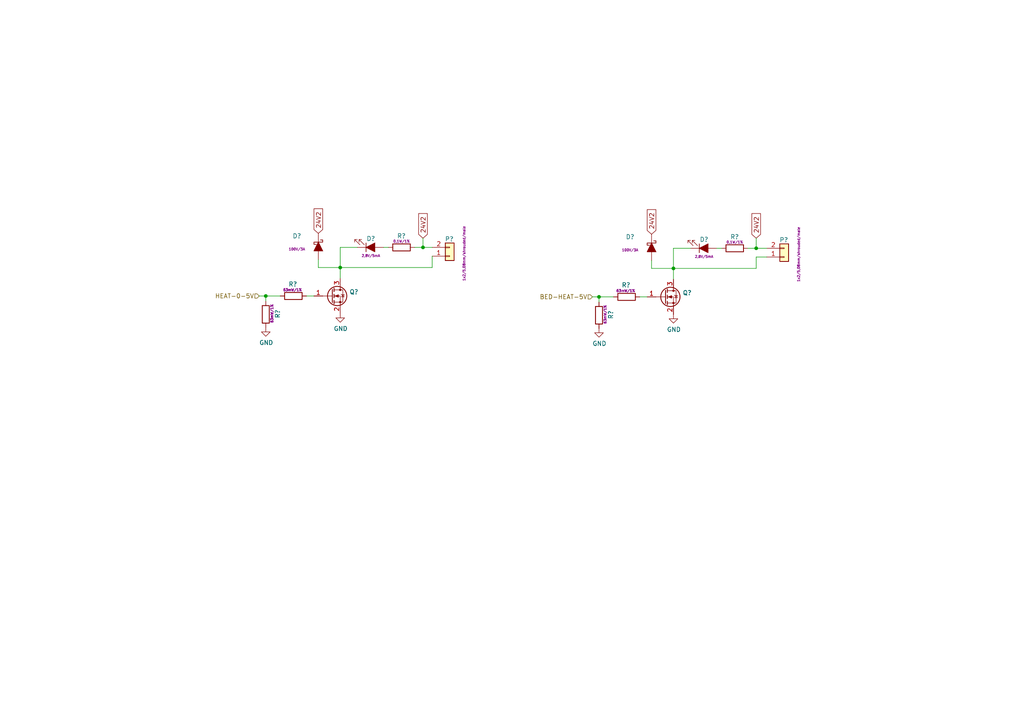
<source format=kicad_sch>
(kicad_sch (version 20211123) (generator eeschema)
  (paper "A4")
  (title_block (title "Buddy") (date "2019-10-24") (rev "v1.0.0") (company "PRUSA Research s.r.o.") (comment 1 "http://creativecommons.org/licenses/by-sa/4.0/") (comment 2 "Licensed under the Attribution-ShareAlike 4.0 International (CC BY-SA 4.0)"))
  (lib_symbols
    (symbol "BUDDY_v1.0.0-rescue:D_Schottky_ALT-Device" (pin_numbers hide) (pin_names (offset 1.016) hide)
      (property "Reference" "D" (at 0 2.54 0))
      (property "Value" "D_Schottky_ALT-Device" (at 0 -2.54 0))
      (symbol "D_Schottky_ALT-Device_0_1"
        (polyline (pts (xy 1.27 0) (xy -1.27 0)))
        (polyline (pts (xy 1.27 1.27) (xy 1.27 -1.27) (xy -1.27 0) (xy 1.27 1.27)) (stroke (width 0.2032)) (fill (type outline)))
        (polyline (pts (xy -1.905 0.635) (xy -1.905 1.27) (xy -1.27 1.27) (xy -1.27 -1.27) (xy -0.635 -1.27) (xy -0.635 -0.635)) (stroke (width 0.2032)))
      )
      (symbol "D_Schottky_ALT-Device_1_1"
        (pin passive line (at -3.81 0 0) (length 2.54) (name "K") (number "1"))
        (pin passive line (at 3.81 0 180) (length 2.54) (name "A") (number "2"))
      )
    )
    (symbol "BUDDY_v1.0.0-rescue:LED_ALT-Device" (pin_numbers hide) (pin_names (offset 1.016) hide)
      (property "Reference" "D" (at 0 2.54 0))
      (property "Value" "LED_ALT-Device" (at 0 -2.54 0))
      (symbol "LED_ALT-Device_0_1"
        (polyline (pts (xy -1.27 -1.27) (xy -1.27 1.27)) (stroke (width 0.2032)))
        (polyline (pts (xy -1.27 0) (xy 1.27 0)))
        (polyline (pts (xy 1.27 -1.27) (xy 1.27 1.27) (xy -1.27 0) (xy 1.27 -1.27)) (stroke (width 0.2032)) (fill (type outline)))
        (polyline (pts (xy -3.048 -0.762) (xy -4.572 -2.286) (xy -3.81 -2.286) (xy -4.572 -2.286) (xy -4.572 -1.524)))
        (polyline (pts (xy -1.778 -0.762) (xy -3.302 -2.286) (xy -2.54 -2.286) (xy -3.302 -2.286) (xy -3.302 -1.524)))
      )
      (symbol "LED_ALT-Device_1_1"
        (pin passive line (at -3.81 0 0) (length 2.54) (name "K") (number "1"))
        (pin passive line (at 3.81 0 180) (length 2.54) (name "A") (number "2"))
      )
    )
    (symbol "Connector_Generic:Conn_01x02" (pin_names (offset 1.016) hide)
      (property "Reference" "J" (at 0 2.54 0))
      (property "Value" "Conn_01x02" (at 0 -5.08 0))
      (symbol "Conn_01x02_1_1"
        (rectangle (start -1.27 -2.413) (end 0 -2.667) (stroke (width 0.1524)))
        (rectangle (start -1.27 0.127) (end 0 -0.127) (stroke (width 0.1524)))
        (rectangle (start -1.27 1.27) (end 1.27 -3.81) (stroke (width 0.254)) (fill (type background)))
        (pin passive line (at -5.08 0 0) (length 3.81) (name "Pin_1") (number "1"))
        (pin passive line (at -5.08 -2.54 0) (length 3.81) (name "Pin_2") (number "2"))
      )
    )
    (symbol "Device:R" (pin_numbers hide) (pin_names (offset 0))
      (property "Reference" "R" (at 2.032 0 90))
      (property "Value" "R" (at 0 0 90))
      (symbol "R_0_1"
        (rectangle (start -1.016 -2.54) (end 1.016 2.54) (stroke (width 0.254)))
      )
      (symbol "R_1_1"
        (pin passive line (at 0 3.81 270) (length 1.27) (name "~") (number "1"))
        (pin passive line (at 0 -3.81 90) (length 1.27) (name "~") (number "2"))
      )
    )
    (symbol "Transistor_FET:MMBF170" (pin_names hide)
      (property "Reference" "Q" (at 5.08 1.905 0))
      (property "Value" "MMBF170" (at 5.08 0 0))
      (symbol "MMBF170_0_1"
        (polyline (pts (xy 0.254 0) (xy -2.54 0)))
        (polyline (pts (xy 0.254 1.905) (xy 0.254 -1.905)) (stroke (width 0.254)))
        (polyline (pts (xy 0.762 -1.27) (xy 0.762 -2.286)) (stroke (width 0.254)))
        (polyline (pts (xy 0.762 0.508) (xy 0.762 -0.508)) (stroke (width 0.254)))
        (polyline (pts (xy 0.762 2.286) (xy 0.762 1.27)) (stroke (width 0.254)))
        (polyline (pts (xy 2.54 2.54) (xy 2.54 1.778)))
        (polyline (pts (xy 2.54 -2.54) (xy 2.54 0) (xy 0.762 0)))
        (polyline (pts (xy 0.762 -1.778) (xy 3.302 -1.778) (xy 3.302 1.778) (xy 0.762 1.778)))
        (polyline (pts (xy 1.016 0) (xy 2.032 0.381) (xy 2.032 -0.381) (xy 1.016 0)) (fill (type outline)))
        (polyline (pts (xy 2.794 0.508) (xy 2.921 0.381) (xy 3.683 0.381) (xy 3.81 0.254)))
        (polyline (pts (xy 3.302 0.381) (xy 2.921 -0.254) (xy 3.683 -0.254) (xy 3.302 0.381)))
        (circle (center 1.651 0) (radius 2.794) (stroke (width 0.254)))
        (circle (center 2.54 -1.778) (radius 0.254) (fill (type outline)))
        (circle (center 2.54 1.778) (radius 0.254) (fill (type outline)))
      )
      (symbol "MMBF170_1_1"
        (pin input line (at -5.08 0 0) (length 2.54) (name "G") (number "1"))
        (pin passive line (at 2.54 -5.08 90) (length 2.54) (name "S") (number "2"))
        (pin passive line (at 2.54 5.08 270) (length 2.54) (name "D") (number "3"))
      )
    )
    (symbol "power:GND" (power) (pin_names (offset 0))
      (property "Value" "GND" (at 0 -3.81 0))
      (symbol "GND_0_1"
        (polyline (pts (xy 0 0) (xy 0 -1.27) (xy 1.27 -1.27) (xy 0 -2.54) (xy -1.27 -1.27) (xy 0 -1.27)))
      )
      (symbol "GND_1_1"
        (pin power_in line (at 0 0 270) (length 0) hide (name "GND") (number "1"))
      )
    )
  )
  (junction (at 173.736 86.106))
  (junction (at 195.326 77.851))
  (junction (at 98.679 77.597))
  (junction (at 77.089 85.852))
  (junction (at 122.682 71.755))
  (junction (at 219.329 72.009))
  (wire (pts (xy 195.326 77.851) (xy 188.976 77.851)))
  (wire (pts (xy 77.089 85.852) (xy 75.184 85.852)))
  (wire (pts (xy 207.899 72.009) (xy 209.296 72.009)))
  (wire (pts (xy 77.089 85.852) (xy 81.28 85.852)))
  (wire (pts (xy 173.736 86.106) (xy 171.831 86.106)))
  (wire (pts (xy 122.682 71.755) (xy 122.682 69.088)))
  (wire (pts (xy 92.329 77.597) (xy 92.329 75.311)))
  (wire (pts (xy 98.679 80.772) (xy 98.679 77.597)))
  (wire (pts (xy 219.329 69.088) (xy 219.329 72.009)))
  (wire (pts (xy 173.736 87.63) (xy 173.736 86.106)))
  (wire (pts (xy 222.377 74.549) (xy 219.329 74.549)))
  (wire (pts (xy 98.679 77.597) (xy 98.679 71.755)))
  (wire (pts (xy 77.089 87.376) (xy 77.089 85.852)))
  (wire (pts (xy 111.252 71.755) (xy 112.649 71.755)))
  (wire (pts (xy 88.9 85.852) (xy 91.059 85.852)))
  (wire (pts (xy 195.326 77.851) (xy 219.329 77.851)))
  (wire (pts (xy 185.547 86.106) (xy 187.706 86.106)))
  (wire (pts (xy 98.679 77.597) (xy 92.329 77.597)))
  (wire (pts (xy 188.976 77.851) (xy 188.976 75.565)))
  (wire (pts (xy 98.679 77.597) (xy 125.349 77.597)))
  (wire (pts (xy 219.329 74.549) (xy 219.329 77.851)))
  (wire (pts (xy 195.326 72.009) (xy 200.279 72.009)))
  (wire (pts (xy 122.682 71.755) (xy 125.349 71.755)))
  (wire (pts (xy 219.329 72.009) (xy 222.377 72.009)))
  (wire (pts (xy 195.326 77.851) (xy 195.326 72.009)))
  (wire (pts (xy 120.269 71.755) (xy 122.682 71.755)))
  (wire (pts (xy 98.679 71.755) (xy 103.632 71.755)))
  (wire (pts (xy 125.349 77.597) (xy 125.349 74.295)))
  (wire (pts (xy 173.736 86.106) (xy 177.927 86.106)))
  (wire (pts (xy 195.326 81.026) (xy 195.326 77.851)))
  (wire (pts (xy 216.916 72.009) (xy 219.329 72.009)))
  (global_label "24V2" (shape input) (at 92.329 67.691 90) (property "Intersheet References" "${INTERSHEET_REFS}" (effects hide)))
  (global_label "24V2" (shape input) (at 219.329 69.088 90) (property "Intersheet References" "${INTERSHEET_REFS}" (effects hide)))
  (global_label "24V2" (shape input) (at 122.682 69.088 90) (property "Intersheet References" "${INTERSHEET_REFS}" (effects hide)))
  (global_label "24V2" (shape input) (at 188.976 67.945 90) (property "Intersheet References" "${INTERSHEET_REFS}" (effects hide)))
  (hierarchical_label "HEAT-0-5V" (shape input) (at 75.184 85.852 180))
  (hierarchical_label "BED-HEAT-5V" (shape input) (at 171.831 86.106 180))
  (symbol (lib_id "Device:R") (at 85.09 85.852 90) (unit 1)
    (property "Reference" "R?" (at 86.233 82.423 90) (effects (justify left)))
    (property "req" "63mW/1%" (at 84.836 84.074 90) (effects (font (size 0.7112 0.7112))))
  )
  (symbol (lib_id "Transistor_FET:MMBF170") (at 96.139 85.852 0) (unit 1)
    (property "Reference" "Q?" (at 101.346 84.6836 0) (effects (justify left)))
    (property "req" "40V/100A/272W/1,8mΩ" (effects hide))
  )
  (symbol (lib_id "power:GND") (at 98.679 90.932 0) (unit 1)
    (property "Reference" "#PWR?" (effects hide))
  )
  (symbol (lib_id "BUDDY_v1.0.0-rescue:LED_ALT-Device") (at 107.442 71.755 0) (mirror x) (unit 1)
    (property "Reference" "D?" (at 107.569 69.215 0))
    (property "req" "2,8V/5mA" (at 107.569 74.168 0) (effects (font (size 0.7112 0.7112))))
  )
  (symbol (lib_id "Device:R") (at 116.459 71.755 90) (unit 1)
    (property "Reference" "R?" (at 117.729 68.453 90) (effects (justify left)))
    (property "req" "0,1W/1%" (at 116.459 69.977 90) (effects (font (size 0.7112 0.7112))))
  )
  (symbol (lib_id "Connector_Generic:Conn_01x02") (at 130.429 74.295 0) (mirror x) (unit 1)
    (property "Reference" "P?" (at 129.032 69.342 0) (effects (justify left)))
    (property "req" "1x2/5,08mm/shrouded/male" (at 134.62 65.532 90) (effects (font (size 0.7112 0.7112)) (justify left)))
  )
  (symbol (lib_id "BUDDY_v1.0.0-rescue:D_Schottky_ALT-Device") (at 92.329 71.501 270) (unit 1)
    (property "Reference" "D?" (at 84.836 68.453 90) (effects (justify left)))
    (property "req" "100V/3A" (at 86.106 72.263 90) (effects (font (size 0.7112 0.7112))))
  )
  (symbol (lib_id "Device:R") (at 77.089 91.186 0) (unit 1)
    (property "Reference" "R?" (at 80.518 92.329 90) (effects (justify left)))
    (property "req" "63mW/1%" (at 78.867 90.932 90) (effects (font (size 0.7112 0.7112))))
  )
  (symbol (lib_id "power:GND") (at 77.089 94.996 0) (unit 1)
    (property "Reference" "#PWR?" (effects hide))
  )
  (symbol (lib_id "Device:R") (at 181.737 86.106 90) (unit 1)
    (property "Reference" "R?" (at 182.88 82.677 90) (effects (justify left)))
    (property "req" "63mW/1%" (at 181.483 84.328 90) (effects (font (size 0.7112 0.7112))))
  )
  (symbol (lib_id "Transistor_FET:MMBF170") (at 192.786 86.106 0) (unit 1)
    (property "Reference" "Q?" (at 197.993 84.9376 0) (effects (justify left)))
    (property "req" "40V/100A/272W/1,8mΩ" (effects hide))
  )
  (symbol (lib_id "power:GND") (at 195.326 91.186 0) (unit 1)
    (property "Reference" "#PWR?" (effects hide))
  )
  (symbol (lib_id "BUDDY_v1.0.0-rescue:LED_ALT-Device") (at 204.089 72.009 0) (mirror x) (unit 1)
    (property "Reference" "D?" (at 204.216 69.469 0))
    (property "req" "2,8V/5mA" (at 204.216 74.422 0) (effects (font (size 0.7112 0.7112))))
  )
  (symbol (lib_id "Device:R") (at 213.106 72.009 90) (unit 1)
    (property "Reference" "R?" (at 214.376 68.707 90) (effects (justify left)))
    (property "req" "0,1W/1%" (at 213.106 70.231 90) (effects (font (size 0.7112 0.7112))))
  )
  (symbol (lib_id "BUDDY_v1.0.0-rescue:D_Schottky_ALT-Device") (at 188.976 71.755 270) (unit 1)
    (property "Reference" "D?" (at 181.483 68.707 90) (effects (justify left)))
    (property "req" "100V/3A" (at 182.753 72.517 90) (effects (font (size 0.7112 0.7112))))
  )
  (symbol (lib_id "Device:R") (at 173.736 91.44 0) (unit 1)
    (property "Reference" "R?" (at 177.165 92.583 90) (effects (justify left)))
    (property "req" "63mW/1%" (at 175.514 91.186 90) (effects (font (size 0.7112 0.7112))))
  )
  (symbol (lib_id "power:GND") (at 173.736 95.25 0) (unit 1)
    (property "Reference" "#PWR?" (effects hide))
  )
  (symbol (lib_id "Connector_Generic:Conn_01x02") (at 227.457 74.549 0) (mirror x) (unit 1)
    (property "Reference" "P?" (at 226.06 69.596 0) (effects (justify left)))
    (property "req" "1x2/5,08mm/shrouded/male" (at 231.648 65.786 90) (effects (font (size 0.7112 0.7112)) (justify left)))
  )
)
</source>
